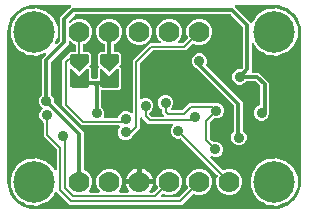
<source format=gbr>
G04 EAGLE Gerber RS-274X export*
G75*
%MOMM*%
%FSLAX34Y34*%
%LPD*%
%INBottom Copper*%
%IPPOS*%
%AMOC8*
5,1,8,0,0,1.08239X$1,22.5*%
G01*
%ADD10C,3.516000*%
%ADD11C,1.778000*%
%ADD12C,0.381000*%
%ADD13C,0.889000*%
%ADD14C,0.304800*%
%ADD15C,0.203200*%

G36*
X228644Y2547D02*
X228644Y2547D01*
X228680Y2544D01*
X232097Y2813D01*
X232255Y2848D01*
X232331Y2859D01*
X238831Y4971D01*
X239086Y5096D01*
X239100Y5109D01*
X239114Y5115D01*
X244643Y9133D01*
X244847Y9330D01*
X244856Y9346D01*
X244867Y9357D01*
X248885Y14886D01*
X249018Y15137D01*
X249022Y15156D01*
X249029Y15169D01*
X251141Y21669D01*
X251169Y21829D01*
X251187Y21903D01*
X251456Y25320D01*
X251453Y25365D01*
X251459Y25400D01*
X251459Y152400D01*
X251453Y152444D01*
X251456Y152480D01*
X251187Y155897D01*
X251175Y155952D01*
X251175Y155960D01*
X251162Y156009D01*
X251152Y156055D01*
X251141Y156131D01*
X249029Y162631D01*
X248904Y162886D01*
X248891Y162900D01*
X248885Y162914D01*
X244867Y168443D01*
X244670Y168647D01*
X244654Y168656D01*
X244643Y168667D01*
X239114Y172685D01*
X238863Y172818D01*
X238844Y172822D01*
X238831Y172829D01*
X232331Y174941D01*
X232171Y174969D01*
X232097Y174987D01*
X228680Y175256D01*
X228635Y175253D01*
X228600Y175259D01*
X196077Y175259D01*
X196048Y175255D01*
X196018Y175258D01*
X195907Y175235D01*
X195795Y175219D01*
X195769Y175207D01*
X195740Y175202D01*
X195639Y175150D01*
X195536Y175103D01*
X195513Y175084D01*
X195487Y175071D01*
X195405Y174993D01*
X195319Y174920D01*
X195303Y174895D01*
X195281Y174875D01*
X195224Y174777D01*
X195161Y174683D01*
X195152Y174655D01*
X195138Y174630D01*
X195110Y174520D01*
X195075Y174412D01*
X195075Y174382D01*
X195067Y174354D01*
X195071Y174241D01*
X195068Y174128D01*
X195076Y174099D01*
X195077Y174070D01*
X195111Y173962D01*
X195140Y173853D01*
X195155Y173827D01*
X195164Y173799D01*
X195210Y173736D01*
X195285Y173608D01*
X195331Y173565D01*
X195359Y173526D01*
X208559Y160326D01*
X208668Y160244D01*
X208778Y160159D01*
X208783Y160158D01*
X208786Y160155D01*
X208914Y160106D01*
X209043Y160056D01*
X209048Y160055D01*
X209052Y160054D01*
X209188Y160042D01*
X209326Y160030D01*
X209331Y160031D01*
X209335Y160030D01*
X209469Y160057D01*
X209605Y160083D01*
X209610Y160085D01*
X209614Y160086D01*
X209735Y160149D01*
X209859Y160212D01*
X209862Y160215D01*
X209866Y160217D01*
X210073Y160413D01*
X210084Y160433D01*
X210098Y160447D01*
X211438Y162290D01*
X211514Y162434D01*
X211554Y162498D01*
X211973Y163510D01*
X213198Y164735D01*
X213255Y164810D01*
X213302Y164856D01*
X215125Y167365D01*
X216675Y168260D01*
X216839Y168389D01*
X216885Y168421D01*
X217490Y169027D01*
X219242Y169753D01*
X219308Y169791D01*
X219361Y169811D01*
X222377Y171552D01*
X223853Y171708D01*
X224128Y171777D01*
X224132Y171778D01*
X224135Y171779D01*
X224699Y172013D01*
X226703Y172013D01*
X226763Y172021D01*
X226809Y172018D01*
X230705Y172428D01*
X231829Y172062D01*
X232109Y172013D01*
X232128Y172015D01*
X232143Y172013D01*
X232501Y172013D01*
X234353Y171246D01*
X234396Y171235D01*
X234428Y171218D01*
X238669Y169840D01*
X239325Y169249D01*
X239329Y169247D01*
X239332Y169244D01*
X239359Y169226D01*
X239561Y169090D01*
X239593Y169080D01*
X239616Y169066D01*
X239710Y169027D01*
X240935Y167802D01*
X240958Y167784D01*
X240973Y167765D01*
X244892Y164237D01*
X245130Y163702D01*
X245140Y163687D01*
X245145Y163670D01*
X245182Y163618D01*
X245370Y163164D01*
X245378Y163151D01*
X245381Y163139D01*
X248298Y156587D01*
X248298Y148213D01*
X245381Y141661D01*
X245377Y141647D01*
X245370Y141636D01*
X245193Y141208D01*
X245169Y141177D01*
X245152Y141131D01*
X245130Y141098D01*
X244892Y140563D01*
X240973Y137034D01*
X240954Y137012D01*
X240934Y136998D01*
X239710Y135773D01*
X239616Y135734D01*
X239613Y135732D01*
X239608Y135731D01*
X239580Y135713D01*
X239371Y135590D01*
X239348Y135566D01*
X239325Y135551D01*
X238669Y134960D01*
X234428Y133582D01*
X234387Y133562D01*
X234353Y133554D01*
X232501Y132787D01*
X232143Y132787D01*
X231862Y132747D01*
X231845Y132740D01*
X231829Y132738D01*
X230705Y132372D01*
X226809Y132782D01*
X226749Y132780D01*
X226703Y132787D01*
X224699Y132787D01*
X224135Y133021D01*
X223860Y133092D01*
X223856Y133092D01*
X223853Y133092D01*
X222377Y133248D01*
X219361Y134989D01*
X219290Y135017D01*
X219242Y135047D01*
X217490Y135773D01*
X216885Y136379D01*
X216719Y136504D01*
X216675Y136540D01*
X215125Y137435D01*
X213302Y139944D01*
X213237Y140011D01*
X213198Y140065D01*
X211973Y141290D01*
X211554Y142302D01*
X211472Y142441D01*
X211438Y142510D01*
X211133Y142929D01*
X211058Y143007D01*
X210987Y143090D01*
X210959Y143109D01*
X210936Y143133D01*
X210841Y143187D01*
X210751Y143247D01*
X210719Y143258D01*
X210689Y143274D01*
X210583Y143300D01*
X210480Y143333D01*
X210446Y143334D01*
X210413Y143342D01*
X210304Y143338D01*
X210196Y143340D01*
X210163Y143332D01*
X210129Y143330D01*
X210026Y143296D01*
X209921Y143269D01*
X209891Y143251D01*
X209859Y143241D01*
X209770Y143179D01*
X209676Y143123D01*
X209653Y143099D01*
X209625Y143079D01*
X209556Y142995D01*
X209482Y142916D01*
X209466Y142886D01*
X209445Y142860D01*
X209402Y142760D01*
X209352Y142663D01*
X209347Y142633D01*
X209332Y142599D01*
X209305Y142381D01*
X209297Y142332D01*
X209297Y118872D01*
X209305Y118814D01*
X209303Y118756D01*
X209325Y118674D01*
X209337Y118590D01*
X209360Y118537D01*
X209375Y118481D01*
X209418Y118408D01*
X209453Y118331D01*
X209491Y118286D01*
X209520Y118236D01*
X209582Y118178D01*
X209636Y118114D01*
X209685Y118082D01*
X209728Y118042D01*
X209803Y118003D01*
X209873Y117956D01*
X209929Y117939D01*
X209981Y117912D01*
X210049Y117901D01*
X210144Y117871D01*
X210244Y117868D01*
X210312Y117857D01*
X215468Y117857D01*
X223902Y109423D01*
X223902Y86537D01*
X223906Y86506D01*
X223904Y86475D01*
X223921Y86399D01*
X223942Y86255D01*
X223968Y86197D01*
X223979Y86148D01*
X224410Y85108D01*
X224410Y82532D01*
X223424Y80151D01*
X221601Y78328D01*
X219220Y77342D01*
X216644Y77342D01*
X214263Y78328D01*
X212440Y80151D01*
X211454Y82532D01*
X211454Y85108D01*
X212440Y87489D01*
X214263Y89312D01*
X216162Y90098D01*
X216163Y90099D01*
X216164Y90099D01*
X216285Y90171D01*
X216406Y90243D01*
X216407Y90244D01*
X216409Y90245D01*
X216506Y90349D01*
X216602Y90449D01*
X216602Y90451D01*
X216603Y90452D01*
X216668Y90578D01*
X216732Y90702D01*
X216732Y90704D01*
X216733Y90705D01*
X216735Y90720D01*
X216787Y90981D01*
X216784Y91011D01*
X216788Y91036D01*
X216788Y106056D01*
X216776Y106143D01*
X216773Y106230D01*
X216756Y106283D01*
X216748Y106338D01*
X216713Y106418D01*
X216686Y106501D01*
X216658Y106540D01*
X216632Y106597D01*
X216540Y106706D01*
X216524Y106732D01*
X216514Y106742D01*
X216491Y106774D01*
X212819Y110446D01*
X212749Y110498D01*
X212685Y110558D01*
X212636Y110584D01*
X212592Y110617D01*
X212510Y110648D01*
X212432Y110688D01*
X212385Y110696D01*
X212326Y110718D01*
X212179Y110730D01*
X212101Y110743D01*
X205415Y110743D01*
X205328Y110731D01*
X205241Y110728D01*
X205188Y110711D01*
X205133Y110703D01*
X205053Y110668D01*
X204970Y110641D01*
X204931Y110613D01*
X204874Y110587D01*
X204761Y110491D01*
X204697Y110446D01*
X203059Y108808D01*
X200678Y107822D01*
X198102Y107822D01*
X195721Y108808D01*
X193898Y110631D01*
X192912Y113012D01*
X192912Y115588D01*
X193898Y117969D01*
X195721Y119792D01*
X198102Y120778D01*
X200417Y120778D01*
X200504Y120790D01*
X200591Y120793D01*
X200644Y120810D01*
X200699Y120818D01*
X200778Y120853D01*
X200862Y120880D01*
X200901Y120908D01*
X200958Y120934D01*
X201071Y121030D01*
X201135Y121075D01*
X201886Y121826D01*
X201939Y121896D01*
X201998Y121960D01*
X202024Y122009D01*
X202057Y122053D01*
X202088Y122135D01*
X202128Y122213D01*
X202136Y122260D01*
X202158Y122319D01*
X202170Y122466D01*
X202183Y122544D01*
X202183Y156221D01*
X202171Y156308D01*
X202168Y156395D01*
X202151Y156448D01*
X202143Y156503D01*
X202108Y156583D01*
X202081Y156666D01*
X202053Y156705D01*
X202027Y156762D01*
X201931Y156875D01*
X201886Y156939D01*
X191864Y166961D01*
X191794Y167013D01*
X191730Y167073D01*
X191681Y167099D01*
X191637Y167132D01*
X191555Y167163D01*
X191477Y167203D01*
X191430Y167211D01*
X191371Y167233D01*
X191224Y167245D01*
X191146Y167258D01*
X60314Y167258D01*
X60227Y167246D01*
X60140Y167243D01*
X60087Y167226D01*
X60032Y167218D01*
X59952Y167183D01*
X59869Y167156D01*
X59830Y167128D01*
X59773Y167102D01*
X59660Y167006D01*
X59596Y166961D01*
X54654Y162019D01*
X54602Y161949D01*
X54542Y161885D01*
X54516Y161836D01*
X54483Y161792D01*
X54452Y161710D01*
X54412Y161632D01*
X54404Y161585D01*
X54382Y161526D01*
X54370Y161379D01*
X54357Y161301D01*
X54357Y161155D01*
X54361Y161126D01*
X54358Y161097D01*
X54381Y160985D01*
X54397Y160873D01*
X54409Y160847D01*
X54414Y160818D01*
X54467Y160717D01*
X54513Y160614D01*
X54532Y160592D01*
X54545Y160565D01*
X54623Y160483D01*
X54696Y160397D01*
X54721Y160381D01*
X54741Y160359D01*
X54839Y160302D01*
X54933Y160239D01*
X54961Y160230D01*
X54986Y160216D01*
X55096Y160188D01*
X55204Y160154D01*
X55234Y160153D01*
X55262Y160146D01*
X55375Y160149D01*
X55488Y160146D01*
X55517Y160154D01*
X55546Y160155D01*
X55654Y160190D01*
X55763Y160218D01*
X55789Y160233D01*
X55817Y160242D01*
X55881Y160288D01*
X56008Y160363D01*
X56051Y160409D01*
X56090Y160437D01*
X57313Y161660D01*
X61327Y163323D01*
X65673Y163323D01*
X69687Y161660D01*
X72760Y158587D01*
X74423Y154573D01*
X74423Y150227D01*
X72760Y146213D01*
X69687Y143140D01*
X67175Y142100D01*
X67174Y142099D01*
X67173Y142099D01*
X67054Y142028D01*
X66931Y141955D01*
X66930Y141954D01*
X66928Y141953D01*
X66831Y141849D01*
X66735Y141749D01*
X66735Y141747D01*
X66734Y141746D01*
X66667Y141616D01*
X66605Y141496D01*
X66605Y141494D01*
X66604Y141493D01*
X66602Y141478D01*
X66550Y141217D01*
X66553Y141186D01*
X66549Y141162D01*
X66549Y136398D01*
X66557Y136340D01*
X66555Y136282D01*
X66577Y136200D01*
X66589Y136116D01*
X66612Y136063D01*
X66627Y136007D01*
X66670Y135934D01*
X66705Y135857D01*
X66743Y135812D01*
X66772Y135762D01*
X66834Y135704D01*
X66888Y135640D01*
X66937Y135608D01*
X66980Y135568D01*
X67055Y135529D01*
X67125Y135482D01*
X67181Y135465D01*
X67233Y135438D01*
X67301Y135427D01*
X67396Y135397D01*
X67496Y135394D01*
X67564Y135383D01*
X71081Y135383D01*
X71213Y135372D01*
X71291Y135359D01*
X71629Y135359D01*
X73415Y133573D01*
X73415Y125332D01*
X72180Y124097D01*
X72151Y124058D01*
X72115Y124025D01*
X72066Y123945D01*
X72009Y123870D01*
X71992Y123825D01*
X71966Y123783D01*
X71941Y123692D01*
X71908Y123605D01*
X71904Y123556D01*
X71891Y123509D01*
X71892Y123415D01*
X71884Y123321D01*
X71894Y123273D01*
X71895Y123224D01*
X71922Y123135D01*
X71940Y123043D01*
X71963Y122999D01*
X71977Y122952D01*
X72019Y122891D01*
X72071Y122790D01*
X72115Y122744D01*
X72130Y122720D01*
X72148Y122702D01*
X72167Y122675D01*
X72536Y122292D01*
X72544Y122286D01*
X72549Y122279D01*
X73439Y121389D01*
X73415Y120131D01*
X73416Y120120D01*
X73415Y120112D01*
X73415Y113792D01*
X73423Y113734D01*
X73421Y113676D01*
X73443Y113594D01*
X73455Y113510D01*
X73478Y113457D01*
X73493Y113401D01*
X73536Y113328D01*
X73571Y113251D01*
X73609Y113206D01*
X73638Y113156D01*
X73700Y113098D01*
X73754Y113034D01*
X73803Y113002D01*
X73846Y112962D01*
X73921Y112923D01*
X73991Y112876D01*
X74047Y112859D01*
X74099Y112832D01*
X74167Y112821D01*
X74262Y112791D01*
X74362Y112788D01*
X74430Y112777D01*
X77970Y112777D01*
X78028Y112785D01*
X78086Y112783D01*
X78168Y112805D01*
X78252Y112817D01*
X78305Y112840D01*
X78361Y112855D01*
X78434Y112898D01*
X78511Y112933D01*
X78556Y112971D01*
X78606Y113000D01*
X78664Y113062D01*
X78728Y113116D01*
X78760Y113165D01*
X78800Y113208D01*
X78839Y113283D01*
X78886Y113353D01*
X78903Y113409D01*
X78930Y113461D01*
X78941Y113529D01*
X78971Y113624D01*
X78974Y113724D01*
X78985Y113792D01*
X78985Y120112D01*
X78984Y120122D01*
X78985Y120131D01*
X78961Y121389D01*
X79851Y122279D01*
X79857Y122287D01*
X79864Y122292D01*
X79988Y122421D01*
X80017Y122460D01*
X80052Y122494D01*
X80100Y122575D01*
X80155Y122651D01*
X80171Y122697D01*
X80196Y122739D01*
X80219Y122830D01*
X80251Y122919D01*
X80254Y122967D01*
X80266Y123015D01*
X80263Y123108D01*
X80269Y123202D01*
X80259Y123250D01*
X80257Y123299D01*
X80228Y123388D01*
X80208Y123480D01*
X80185Y123523D01*
X80170Y123569D01*
X80127Y123630D01*
X80072Y123730D01*
X80011Y123792D01*
X79975Y123843D01*
X79932Y123885D01*
X79915Y123898D01*
X79905Y123912D01*
X78985Y124764D01*
X78985Y126018D01*
X78982Y126039D01*
X78985Y126057D01*
X78934Y127385D01*
X78940Y127420D01*
X78968Y127502D01*
X78973Y127616D01*
X78985Y127689D01*
X78985Y133573D01*
X80771Y135359D01*
X81109Y135359D01*
X81196Y135371D01*
X81283Y135374D01*
X81311Y135383D01*
X84328Y135383D01*
X84386Y135391D01*
X84444Y135389D01*
X84526Y135411D01*
X84610Y135423D01*
X84663Y135446D01*
X84719Y135461D01*
X84792Y135504D01*
X84869Y135539D01*
X84914Y135577D01*
X84964Y135606D01*
X85022Y135668D01*
X85086Y135722D01*
X85118Y135771D01*
X85158Y135814D01*
X85197Y135889D01*
X85244Y135959D01*
X85261Y136015D01*
X85288Y136067D01*
X85299Y136135D01*
X85329Y136230D01*
X85332Y136330D01*
X85343Y136398D01*
X85343Y141372D01*
X85343Y141374D01*
X85343Y141375D01*
X85323Y141514D01*
X85303Y141654D01*
X85303Y141655D01*
X85303Y141657D01*
X85246Y141783D01*
X85187Y141913D01*
X85186Y141914D01*
X85185Y141916D01*
X85094Y142023D01*
X85004Y142130D01*
X85002Y142131D01*
X85001Y142132D01*
X84988Y142140D01*
X84767Y142288D01*
X84738Y142297D01*
X84717Y142310D01*
X82713Y143140D01*
X79640Y146213D01*
X77977Y150227D01*
X77977Y154573D01*
X79640Y158587D01*
X82713Y161660D01*
X86727Y163323D01*
X91073Y163323D01*
X95087Y161660D01*
X98160Y158587D01*
X99823Y154573D01*
X99823Y150227D01*
X98160Y146213D01*
X95087Y143140D01*
X93083Y142310D01*
X93082Y142309D01*
X93081Y142309D01*
X92960Y142237D01*
X92839Y142166D01*
X92838Y142165D01*
X92836Y142164D01*
X92739Y142060D01*
X92643Y141959D01*
X92643Y141958D01*
X92642Y141956D01*
X92577Y141831D01*
X92513Y141706D01*
X92513Y141705D01*
X92512Y141703D01*
X92510Y141688D01*
X92458Y141427D01*
X92461Y141397D01*
X92457Y141372D01*
X92457Y136398D01*
X92465Y136340D01*
X92463Y136282D01*
X92485Y136200D01*
X92497Y136116D01*
X92520Y136063D01*
X92535Y136007D01*
X92578Y135934D01*
X92613Y135857D01*
X92651Y135812D01*
X92680Y135762D01*
X92742Y135704D01*
X92796Y135640D01*
X92845Y135608D01*
X92888Y135568D01*
X92963Y135529D01*
X93033Y135482D01*
X93089Y135465D01*
X93141Y135438D01*
X93209Y135427D01*
X93304Y135397D01*
X93404Y135394D01*
X93472Y135383D01*
X96481Y135383D01*
X96613Y135372D01*
X96691Y135359D01*
X97029Y135359D01*
X98815Y133573D01*
X98815Y125332D01*
X97580Y124097D01*
X97551Y124058D01*
X97515Y124025D01*
X97465Y123945D01*
X97409Y123870D01*
X97392Y123825D01*
X97366Y123783D01*
X97341Y123692D01*
X97308Y123605D01*
X97304Y123556D01*
X97291Y123509D01*
X97292Y123415D01*
X97284Y123321D01*
X97294Y123273D01*
X97295Y123224D01*
X97322Y123135D01*
X97340Y123043D01*
X97363Y122999D01*
X97377Y122952D01*
X97419Y122891D01*
X97471Y122790D01*
X97515Y122744D01*
X97530Y122720D01*
X97548Y122702D01*
X97567Y122675D01*
X97936Y122292D01*
X97944Y122286D01*
X97949Y122279D01*
X98839Y121389D01*
X98815Y120131D01*
X98816Y120120D01*
X98815Y120112D01*
X98815Y105187D01*
X97029Y103401D01*
X96691Y103401D01*
X96604Y103389D01*
X96517Y103386D01*
X96489Y103377D01*
X82823Y103377D01*
X82765Y103369D01*
X82707Y103371D01*
X82625Y103349D01*
X82541Y103337D01*
X82488Y103314D01*
X82432Y103299D01*
X82359Y103256D01*
X82282Y103221D01*
X82237Y103183D01*
X82187Y103154D01*
X82129Y103092D01*
X82065Y103038D01*
X82033Y102989D01*
X81993Y102946D01*
X81954Y102871D01*
X81907Y102801D01*
X81890Y102745D01*
X81863Y102693D01*
X81852Y102625D01*
X81822Y102530D01*
X81819Y102430D01*
X81808Y102362D01*
X81808Y89718D01*
X81820Y89631D01*
X81823Y89544D01*
X81840Y89491D01*
X81848Y89436D01*
X81883Y89356D01*
X81910Y89273D01*
X81938Y89234D01*
X81964Y89177D01*
X82060Y89064D01*
X82105Y89000D01*
X83743Y87362D01*
X84729Y84981D01*
X84729Y82405D01*
X84003Y80653D01*
X83974Y80541D01*
X83940Y80432D01*
X83939Y80404D01*
X83932Y80377D01*
X83935Y80263D01*
X83932Y80148D01*
X83939Y80121D01*
X83940Y80093D01*
X83975Y79984D01*
X84004Y79873D01*
X84018Y79849D01*
X84027Y79822D01*
X84091Y79727D01*
X84149Y79628D01*
X84170Y79609D01*
X84185Y79586D01*
X84273Y79512D01*
X84357Y79434D01*
X84382Y79421D01*
X84403Y79403D01*
X84508Y79357D01*
X84610Y79304D01*
X84635Y79300D01*
X84663Y79288D01*
X84926Y79251D01*
X84941Y79249D01*
X95391Y79249D01*
X95392Y79249D01*
X95394Y79249D01*
X95534Y79269D01*
X95672Y79289D01*
X95674Y79289D01*
X95675Y79289D01*
X95801Y79346D01*
X95932Y79405D01*
X95933Y79406D01*
X95934Y79407D01*
X96042Y79498D01*
X96149Y79588D01*
X96150Y79590D01*
X96151Y79591D01*
X96159Y79604D01*
X96306Y79825D01*
X96316Y79854D01*
X96329Y79875D01*
X97378Y82409D01*
X99201Y84232D01*
X101582Y85218D01*
X104158Y85218D01*
X106539Y84232D01*
X106978Y83793D01*
X107002Y83775D01*
X107021Y83753D01*
X107115Y83690D01*
X107205Y83622D01*
X107233Y83611D01*
X107257Y83595D01*
X107365Y83561D01*
X107471Y83521D01*
X107500Y83518D01*
X107528Y83509D01*
X107642Y83506D01*
X107754Y83497D01*
X107783Y83503D01*
X107812Y83502D01*
X107922Y83531D01*
X108033Y83553D01*
X108059Y83566D01*
X108087Y83574D01*
X108185Y83632D01*
X108285Y83684D01*
X108307Y83704D01*
X108332Y83719D01*
X108409Y83802D01*
X108491Y83880D01*
X108506Y83905D01*
X108526Y83926D01*
X108578Y84027D01*
X108635Y84125D01*
X108642Y84153D01*
X108656Y84180D01*
X108669Y84257D01*
X108705Y84401D01*
X108703Y84463D01*
X108711Y84511D01*
X108711Y128263D01*
X123197Y142749D01*
X131453Y142749D01*
X131482Y142753D01*
X131511Y142750D01*
X131623Y142773D01*
X131735Y142789D01*
X131761Y142801D01*
X131790Y142806D01*
X131891Y142859D01*
X131994Y142905D01*
X132016Y142924D01*
X132043Y142937D01*
X132125Y143015D01*
X132211Y143088D01*
X132227Y143113D01*
X132249Y143133D01*
X132306Y143231D01*
X132369Y143325D01*
X132378Y143353D01*
X132392Y143378D01*
X132420Y143488D01*
X132454Y143596D01*
X132455Y143626D01*
X132462Y143654D01*
X132459Y143767D01*
X132462Y143880D01*
X132454Y143909D01*
X132453Y143938D01*
X132418Y144046D01*
X132390Y144155D01*
X132375Y144181D01*
X132366Y144209D01*
X132320Y144272D01*
X132245Y144400D01*
X132199Y144443D01*
X132171Y144482D01*
X130440Y146213D01*
X128777Y150227D01*
X128777Y154573D01*
X130440Y158587D01*
X133513Y161660D01*
X137527Y163323D01*
X141873Y163323D01*
X145887Y161660D01*
X148960Y158587D01*
X150623Y154573D01*
X150623Y150227D01*
X148960Y146213D01*
X147229Y144482D01*
X147211Y144458D01*
X147189Y144439D01*
X147126Y144345D01*
X147058Y144255D01*
X147048Y144227D01*
X147031Y144203D01*
X146997Y144095D01*
X146957Y143989D01*
X146954Y143960D01*
X146946Y143932D01*
X146943Y143818D01*
X146933Y143706D01*
X146939Y143677D01*
X146938Y143648D01*
X146967Y143538D01*
X146989Y143427D01*
X147003Y143401D01*
X147010Y143373D01*
X147068Y143275D01*
X147120Y143175D01*
X147140Y143153D01*
X147155Y143128D01*
X147238Y143051D01*
X147316Y142969D01*
X147341Y142954D01*
X147363Y142934D01*
X147463Y142882D01*
X147561Y142825D01*
X147590Y142818D01*
X147616Y142804D01*
X147693Y142791D01*
X147837Y142755D01*
X147899Y142757D01*
X147947Y142749D01*
X150717Y142749D01*
X150803Y142761D01*
X150891Y142764D01*
X150943Y142781D01*
X150998Y142789D01*
X151078Y142824D01*
X151161Y142851D01*
X151200Y142879D01*
X151258Y142905D01*
X151371Y143001D01*
X151435Y143046D01*
X154998Y146609D01*
X154999Y146610D01*
X155000Y146611D01*
X155086Y146726D01*
X155168Y146836D01*
X155169Y146838D01*
X155170Y146839D01*
X155220Y146973D01*
X155270Y147102D01*
X155270Y147104D01*
X155270Y147105D01*
X155282Y147250D01*
X155293Y147385D01*
X155293Y147387D01*
X155293Y147388D01*
X155290Y147404D01*
X155237Y147664D01*
X155223Y147691D01*
X155218Y147716D01*
X154177Y150227D01*
X154177Y154573D01*
X155840Y158587D01*
X158913Y161660D01*
X162927Y163323D01*
X167273Y163323D01*
X171287Y161660D01*
X174360Y158587D01*
X176023Y154573D01*
X176023Y150227D01*
X174360Y146213D01*
X171287Y143140D01*
X167273Y141477D01*
X162927Y141477D01*
X160416Y142518D01*
X160414Y142518D01*
X160413Y142519D01*
X160278Y142553D01*
X160140Y142589D01*
X160139Y142589D01*
X160137Y142589D01*
X159997Y142584D01*
X159856Y142580D01*
X159855Y142580D01*
X159853Y142580D01*
X159720Y142537D01*
X159585Y142494D01*
X159584Y142493D01*
X159582Y142492D01*
X159570Y142484D01*
X159349Y142336D01*
X159329Y142312D01*
X159309Y142298D01*
X155746Y138735D01*
X155746Y138734D01*
X153663Y136651D01*
X126143Y136651D01*
X126057Y136639D01*
X125969Y136636D01*
X125917Y136619D01*
X125862Y136611D01*
X125782Y136576D01*
X125699Y136549D01*
X125660Y136521D01*
X125602Y136495D01*
X125489Y136399D01*
X125425Y136354D01*
X115106Y126035D01*
X115054Y125965D01*
X114994Y125901D01*
X114968Y125851D01*
X114935Y125807D01*
X114904Y125726D01*
X114864Y125648D01*
X114856Y125600D01*
X114834Y125542D01*
X114822Y125394D01*
X114809Y125317D01*
X114809Y96218D01*
X114825Y96104D01*
X114835Y95990D01*
X114845Y95964D01*
X114849Y95937D01*
X114896Y95832D01*
X114937Y95725D01*
X114953Y95703D01*
X114965Y95677D01*
X115039Y95590D01*
X115108Y95498D01*
X115131Y95481D01*
X115148Y95460D01*
X115244Y95397D01*
X115336Y95328D01*
X115362Y95318D01*
X115385Y95303D01*
X115495Y95268D01*
X115602Y95227D01*
X115630Y95225D01*
X115656Y95217D01*
X115771Y95214D01*
X115885Y95205D01*
X115910Y95210D01*
X115940Y95210D01*
X116197Y95277D01*
X116213Y95280D01*
X118508Y96231D01*
X121085Y96231D01*
X123466Y95245D01*
X125288Y93423D01*
X126274Y91042D01*
X126274Y88465D01*
X125288Y86084D01*
X123465Y84260D01*
X123349Y84192D01*
X123227Y84120D01*
X123226Y84119D01*
X123225Y84118D01*
X123127Y84014D01*
X123032Y83913D01*
X123031Y83912D01*
X123030Y83911D01*
X122966Y83785D01*
X122902Y83660D01*
X122902Y83659D01*
X122901Y83657D01*
X122898Y83643D01*
X122847Y83382D01*
X122849Y83351D01*
X122845Y83326D01*
X122845Y82547D01*
X122858Y82460D01*
X122860Y82373D01*
X122877Y82320D01*
X122885Y82265D01*
X122921Y82185D01*
X122948Y82102D01*
X122976Y82063D01*
X123001Y82006D01*
X123097Y81893D01*
X123143Y81829D01*
X124155Y80816D01*
X124225Y80764D01*
X124289Y80704D01*
X124339Y80678D01*
X124383Y80645D01*
X124464Y80614D01*
X124542Y80574D01*
X124590Y80566D01*
X124648Y80544D01*
X124796Y80532D01*
X124873Y80519D01*
X134207Y80519D01*
X134236Y80523D01*
X134265Y80520D01*
X134376Y80543D01*
X134488Y80559D01*
X134515Y80571D01*
X134544Y80576D01*
X134644Y80629D01*
X134748Y80675D01*
X134770Y80694D01*
X134796Y80707D01*
X134878Y80785D01*
X134965Y80858D01*
X134981Y80883D01*
X135002Y80903D01*
X135059Y81001D01*
X135122Y81095D01*
X135131Y81123D01*
X135146Y81148D01*
X135174Y81258D01*
X135208Y81366D01*
X135209Y81396D01*
X135216Y81424D01*
X135212Y81537D01*
X135215Y81650D01*
X135208Y81679D01*
X135207Y81708D01*
X135172Y81816D01*
X135143Y81925D01*
X135129Y81951D01*
X135119Y81979D01*
X135074Y82043D01*
X134998Y82170D01*
X134953Y82213D01*
X134925Y82252D01*
X133476Y83700D01*
X133476Y86156D01*
X133476Y86158D01*
X133476Y86159D01*
X133457Y86294D01*
X133436Y86438D01*
X133436Y86439D01*
X133436Y86441D01*
X133378Y86568D01*
X133320Y86697D01*
X133319Y86698D01*
X133318Y86700D01*
X133227Y86806D01*
X133137Y86914D01*
X133135Y86915D01*
X133134Y86916D01*
X133121Y86924D01*
X132900Y87072D01*
X132871Y87081D01*
X132859Y87088D01*
X131033Y88914D01*
X130047Y91295D01*
X130047Y93871D01*
X131033Y96252D01*
X132856Y98075D01*
X135237Y99061D01*
X137813Y99061D01*
X140194Y98075D01*
X142017Y96252D01*
X143003Y93871D01*
X143003Y91295D01*
X142017Y88914D01*
X140910Y87807D01*
X140892Y87783D01*
X140870Y87764D01*
X140807Y87670D01*
X140739Y87580D01*
X140728Y87552D01*
X140712Y87528D01*
X140678Y87420D01*
X140638Y87314D01*
X140635Y87285D01*
X140626Y87257D01*
X140623Y87143D01*
X140614Y87031D01*
X140620Y87002D01*
X140619Y86973D01*
X140648Y86863D01*
X140670Y86752D01*
X140684Y86726D01*
X140691Y86698D01*
X140749Y86600D01*
X140801Y86500D01*
X140821Y86478D01*
X140836Y86453D01*
X140919Y86376D01*
X140997Y86294D01*
X141022Y86279D01*
X141043Y86259D01*
X141144Y86207D01*
X141242Y86150D01*
X141270Y86143D01*
X141297Y86129D01*
X141374Y86116D01*
X141518Y86080D01*
X141580Y86082D01*
X141628Y86074D01*
X150400Y86074D01*
X150486Y86086D01*
X150574Y86089D01*
X150626Y86106D01*
X150681Y86114D01*
X150761Y86149D01*
X150844Y86176D01*
X150883Y86204D01*
X150941Y86230D01*
X151054Y86326D01*
X151118Y86371D01*
X156535Y91789D01*
X177284Y91789D01*
X177315Y91793D01*
X177346Y91791D01*
X177422Y91808D01*
X177566Y91829D01*
X177625Y91855D01*
X177673Y91866D01*
X178100Y92043D01*
X180676Y92043D01*
X183057Y91057D01*
X184880Y89234D01*
X185866Y86853D01*
X185866Y84277D01*
X184880Y81896D01*
X183057Y80073D01*
X180676Y79087D01*
X178097Y79087D01*
X177967Y79120D01*
X177830Y79156D01*
X177829Y79156D01*
X177827Y79156D01*
X177686Y79152D01*
X177546Y79148D01*
X177545Y79147D01*
X177543Y79147D01*
X177410Y79104D01*
X177275Y79061D01*
X177274Y79060D01*
X177273Y79060D01*
X177260Y79051D01*
X177039Y78903D01*
X177020Y78879D01*
X176999Y78865D01*
X174161Y76027D01*
X174109Y75957D01*
X174049Y75893D01*
X174023Y75843D01*
X173990Y75799D01*
X173959Y75718D01*
X173919Y75640D01*
X173911Y75592D01*
X173889Y75534D01*
X173877Y75386D01*
X173864Y75309D01*
X173864Y62493D01*
X173876Y62407D01*
X173879Y62319D01*
X173896Y62267D01*
X173904Y62212D01*
X173939Y62132D01*
X173966Y62049D01*
X173994Y62010D01*
X174020Y61952D01*
X174116Y61839D01*
X174161Y61775D01*
X176150Y59786D01*
X176151Y59785D01*
X176152Y59784D01*
X176269Y59697D01*
X176377Y59615D01*
X176379Y59615D01*
X176380Y59614D01*
X176510Y59565D01*
X176643Y59514D01*
X176645Y59514D01*
X176646Y59514D01*
X176784Y59502D01*
X176926Y59491D01*
X176928Y59491D01*
X176930Y59491D01*
X176945Y59494D01*
X177205Y59547D01*
X177232Y59561D01*
X177246Y59564D01*
X179827Y59564D01*
X182208Y58578D01*
X184031Y56755D01*
X185017Y54374D01*
X185017Y51798D01*
X184031Y49417D01*
X182208Y47594D01*
X179827Y46608D01*
X177251Y46608D01*
X175740Y47234D01*
X175657Y47255D01*
X175576Y47286D01*
X175520Y47291D01*
X175464Y47305D01*
X175379Y47303D01*
X175293Y47310D01*
X175237Y47298D01*
X175180Y47297D01*
X175098Y47271D01*
X175014Y47254D01*
X174964Y47228D01*
X174910Y47210D01*
X174838Y47162D01*
X174762Y47123D01*
X174721Y47084D01*
X174673Y47052D01*
X174618Y46986D01*
X174556Y46927D01*
X174527Y46878D01*
X174490Y46834D01*
X174456Y46756D01*
X174412Y46682D01*
X174398Y46627D01*
X174375Y46575D01*
X174363Y46489D01*
X174342Y46406D01*
X174344Y46349D01*
X174336Y46293D01*
X174348Y46208D01*
X174351Y46122D01*
X174369Y46068D01*
X174377Y46012D01*
X174412Y45933D01*
X174438Y45852D01*
X174467Y45811D01*
X174494Y45753D01*
X174588Y45642D01*
X174633Y45578D01*
X184709Y35502D01*
X184710Y35501D01*
X184711Y35500D01*
X184827Y35414D01*
X184936Y35332D01*
X184938Y35331D01*
X184939Y35330D01*
X185074Y35279D01*
X185202Y35230D01*
X185204Y35230D01*
X185205Y35230D01*
X185350Y35218D01*
X185485Y35207D01*
X185487Y35207D01*
X185488Y35207D01*
X185504Y35210D01*
X185764Y35263D01*
X185791Y35277D01*
X185816Y35282D01*
X188327Y36323D01*
X192673Y36323D01*
X196687Y34660D01*
X199760Y31587D01*
X201423Y27573D01*
X201423Y23227D01*
X199760Y19213D01*
X196687Y16140D01*
X192673Y14477D01*
X188327Y14477D01*
X184313Y16140D01*
X181240Y19213D01*
X179577Y23227D01*
X179577Y27573D01*
X180618Y30084D01*
X180618Y30086D01*
X180619Y30087D01*
X180653Y30222D01*
X180689Y30360D01*
X180689Y30361D01*
X180689Y30363D01*
X180684Y30503D01*
X180680Y30644D01*
X180680Y30645D01*
X180680Y30647D01*
X180637Y30780D01*
X180594Y30915D01*
X180593Y30916D01*
X180592Y30917D01*
X180584Y30930D01*
X180436Y31151D01*
X180412Y31171D01*
X180398Y31191D01*
X149709Y61880D01*
X149708Y61881D01*
X149707Y61882D01*
X149590Y61969D01*
X149482Y62051D01*
X149480Y62051D01*
X149479Y62052D01*
X149350Y62101D01*
X149216Y62152D01*
X149214Y62152D01*
X149213Y62152D01*
X149075Y62164D01*
X148933Y62175D01*
X148931Y62175D01*
X148929Y62175D01*
X148914Y62172D01*
X148654Y62119D01*
X148627Y62105D01*
X148613Y62102D01*
X146032Y62102D01*
X143651Y63088D01*
X141828Y64911D01*
X140842Y67292D01*
X140842Y69868D01*
X141828Y72249D01*
X142267Y72688D01*
X142285Y72712D01*
X142307Y72731D01*
X142370Y72825D01*
X142438Y72915D01*
X142449Y72943D01*
X142465Y72967D01*
X142499Y73075D01*
X142539Y73181D01*
X142542Y73210D01*
X142551Y73238D01*
X142554Y73352D01*
X142563Y73464D01*
X142557Y73493D01*
X142558Y73522D01*
X142529Y73632D01*
X142507Y73743D01*
X142494Y73769D01*
X142486Y73797D01*
X142428Y73895D01*
X142376Y73995D01*
X142356Y74017D01*
X142341Y74042D01*
X142258Y74119D01*
X142180Y74201D01*
X142155Y74216D01*
X142134Y74236D01*
X142033Y74288D01*
X141935Y74345D01*
X141907Y74352D01*
X141880Y74366D01*
X141803Y74379D01*
X141659Y74415D01*
X141597Y74413D01*
X141549Y74421D01*
X121927Y74421D01*
X119844Y76504D01*
X119844Y76505D01*
X116542Y79807D01*
X116518Y79824D01*
X116499Y79847D01*
X116405Y79909D01*
X116315Y79977D01*
X116287Y79988D01*
X116263Y80004D01*
X116155Y80038D01*
X116049Y80079D01*
X116020Y80081D01*
X115992Y80090D01*
X115878Y80093D01*
X115766Y80102D01*
X115737Y80097D01*
X115708Y80097D01*
X115598Y80069D01*
X115487Y80046D01*
X115461Y80033D01*
X115433Y80025D01*
X115335Y79968D01*
X115235Y79915D01*
X115213Y79895D01*
X115188Y79880D01*
X115111Y79798D01*
X115029Y79720D01*
X115014Y79694D01*
X114994Y79673D01*
X114942Y79572D01*
X114885Y79474D01*
X114878Y79446D01*
X114864Y79420D01*
X114851Y79342D01*
X114815Y79199D01*
X114817Y79136D01*
X114809Y79089D01*
X114809Y70752D01*
X110448Y66392D01*
X108577Y64521D01*
X108559Y64496D01*
X108535Y64476D01*
X108494Y64410D01*
X108406Y64294D01*
X108384Y64233D01*
X108357Y64191D01*
X108149Y63688D01*
X106327Y61865D01*
X103946Y60879D01*
X101369Y60879D01*
X98988Y61865D01*
X97166Y63688D01*
X96179Y66069D01*
X96179Y68645D01*
X97166Y71026D01*
X97557Y71418D01*
X97575Y71442D01*
X97597Y71461D01*
X97660Y71555D01*
X97728Y71645D01*
X97739Y71673D01*
X97755Y71697D01*
X97789Y71805D01*
X97829Y71911D01*
X97832Y71940D01*
X97841Y71968D01*
X97844Y72081D01*
X97853Y72194D01*
X97847Y72223D01*
X97848Y72252D01*
X97819Y72362D01*
X97797Y72473D01*
X97784Y72499D01*
X97776Y72527D01*
X97718Y72625D01*
X97666Y72725D01*
X97646Y72747D01*
X97631Y72772D01*
X97548Y72849D01*
X97470Y72931D01*
X97445Y72946D01*
X97424Y72966D01*
X97323Y73018D01*
X97225Y73075D01*
X97197Y73082D01*
X97171Y73096D01*
X97093Y73109D01*
X96950Y73145D01*
X96887Y73143D01*
X96839Y73151D01*
X65393Y73151D01*
X49021Y89523D01*
X49021Y128263D01*
X51104Y130346D01*
X51105Y130346D01*
X51264Y130505D01*
X53288Y132529D01*
X53340Y132599D01*
X53400Y132663D01*
X53426Y132712D01*
X53459Y132757D01*
X53490Y132838D01*
X53530Y132916D01*
X53538Y132964D01*
X53560Y133022D01*
X53572Y133170D01*
X53585Y133247D01*
X53585Y133573D01*
X55371Y135359D01*
X55709Y135359D01*
X55796Y135371D01*
X55883Y135374D01*
X55911Y135383D01*
X59436Y135383D01*
X59494Y135391D01*
X59552Y135389D01*
X59634Y135411D01*
X59718Y135423D01*
X59771Y135446D01*
X59827Y135461D01*
X59900Y135504D01*
X59977Y135539D01*
X60022Y135577D01*
X60072Y135606D01*
X60130Y135668D01*
X60194Y135722D01*
X60226Y135771D01*
X60266Y135814D01*
X60305Y135889D01*
X60352Y135959D01*
X60369Y136015D01*
X60396Y136067D01*
X60407Y136135D01*
X60437Y136230D01*
X60440Y136330D01*
X60451Y136398D01*
X60451Y141162D01*
X60451Y141163D01*
X60451Y141165D01*
X60431Y141304D01*
X60411Y141443D01*
X60411Y141445D01*
X60411Y141446D01*
X60354Y141572D01*
X60295Y141703D01*
X60294Y141704D01*
X60293Y141705D01*
X60202Y141812D01*
X60112Y141920D01*
X60110Y141921D01*
X60109Y141922D01*
X60096Y141930D01*
X59875Y142077D01*
X59846Y142087D01*
X59825Y142100D01*
X57313Y143140D01*
X56090Y144363D01*
X56066Y144381D01*
X56047Y144403D01*
X55953Y144466D01*
X55863Y144534D01*
X55835Y144544D01*
X55811Y144561D01*
X55703Y144595D01*
X55597Y144635D01*
X55568Y144638D01*
X55540Y144646D01*
X55426Y144649D01*
X55314Y144659D01*
X55285Y144653D01*
X55256Y144654D01*
X55146Y144625D01*
X55035Y144603D01*
X55009Y144589D01*
X54981Y144582D01*
X54883Y144524D01*
X54783Y144472D01*
X54761Y144452D01*
X54736Y144437D01*
X54659Y144354D01*
X54577Y144276D01*
X54562Y144251D01*
X54542Y144229D01*
X54490Y144129D01*
X54433Y144031D01*
X54426Y144002D01*
X54412Y143976D01*
X54399Y143899D01*
X54363Y143755D01*
X54365Y143693D01*
X54357Y143645D01*
X54357Y142037D01*
X39414Y127094D01*
X39404Y127081D01*
X39399Y127077D01*
X39384Y127054D01*
X39362Y127024D01*
X39302Y126960D01*
X39276Y126911D01*
X39243Y126867D01*
X39212Y126785D01*
X39172Y126707D01*
X39164Y126660D01*
X39142Y126601D01*
X39130Y126454D01*
X39117Y126376D01*
X39117Y100005D01*
X39125Y99947D01*
X39123Y99888D01*
X39131Y99860D01*
X39132Y99831D01*
X39149Y99778D01*
X39157Y99723D01*
X39180Y99670D01*
X39195Y99613D01*
X39210Y99588D01*
X39219Y99560D01*
X39247Y99521D01*
X39273Y99464D01*
X39311Y99419D01*
X39340Y99369D01*
X39386Y99326D01*
X39414Y99287D01*
X41052Y97649D01*
X42038Y95268D01*
X42038Y92953D01*
X42050Y92866D01*
X42053Y92779D01*
X42070Y92726D01*
X42078Y92671D01*
X42113Y92591D01*
X42140Y92508D01*
X42168Y92469D01*
X42194Y92412D01*
X42290Y92299D01*
X42335Y92235D01*
X67057Y67513D01*
X67057Y36428D01*
X67057Y36426D01*
X67057Y36425D01*
X67077Y36285D01*
X67097Y36146D01*
X67097Y36145D01*
X67097Y36143D01*
X67154Y36017D01*
X67213Y35887D01*
X67214Y35886D01*
X67215Y35884D01*
X67306Y35777D01*
X67396Y35670D01*
X67398Y35669D01*
X67399Y35668D01*
X67412Y35660D01*
X67633Y35512D01*
X67662Y35503D01*
X67683Y35490D01*
X69687Y34660D01*
X72760Y31587D01*
X74423Y27573D01*
X74423Y23227D01*
X72760Y19213D01*
X71664Y18117D01*
X71646Y18093D01*
X71624Y18074D01*
X71561Y17980D01*
X71493Y17890D01*
X71483Y17862D01*
X71466Y17838D01*
X71432Y17730D01*
X71392Y17624D01*
X71389Y17595D01*
X71381Y17567D01*
X71378Y17453D01*
X71368Y17341D01*
X71374Y17312D01*
X71373Y17283D01*
X71402Y17173D01*
X71424Y17062D01*
X71438Y17036D01*
X71445Y17008D01*
X71503Y16910D01*
X71555Y16810D01*
X71575Y16788D01*
X71590Y16763D01*
X71673Y16686D01*
X71751Y16604D01*
X71776Y16589D01*
X71798Y16569D01*
X71898Y16517D01*
X71996Y16460D01*
X72025Y16453D01*
X72051Y16439D01*
X72128Y16426D01*
X72272Y16390D01*
X72334Y16392D01*
X72382Y16384D01*
X80018Y16384D01*
X80047Y16388D01*
X80076Y16385D01*
X80188Y16408D01*
X80300Y16424D01*
X80326Y16436D01*
X80355Y16441D01*
X80456Y16494D01*
X80559Y16540D01*
X80581Y16559D01*
X80608Y16572D01*
X80690Y16650D01*
X80776Y16723D01*
X80792Y16748D01*
X80814Y16768D01*
X80871Y16866D01*
X80934Y16960D01*
X80943Y16988D01*
X80957Y17013D01*
X80985Y17123D01*
X81019Y17231D01*
X81020Y17261D01*
X81027Y17289D01*
X81024Y17402D01*
X81027Y17515D01*
X81019Y17544D01*
X81018Y17573D01*
X80983Y17681D01*
X80955Y17790D01*
X80940Y17816D01*
X80931Y17844D01*
X80885Y17908D01*
X80810Y18035D01*
X80764Y18078D01*
X80736Y18117D01*
X79640Y19213D01*
X77977Y23227D01*
X77977Y27573D01*
X79640Y31587D01*
X82713Y34660D01*
X86727Y36323D01*
X91073Y36323D01*
X95087Y34660D01*
X98160Y31587D01*
X99823Y27573D01*
X99823Y23227D01*
X98160Y19213D01*
X97064Y18117D01*
X97046Y18093D01*
X97024Y18074D01*
X96961Y17980D01*
X96893Y17890D01*
X96883Y17862D01*
X96866Y17838D01*
X96832Y17730D01*
X96792Y17624D01*
X96789Y17595D01*
X96781Y17567D01*
X96778Y17453D01*
X96768Y17341D01*
X96774Y17312D01*
X96773Y17283D01*
X96802Y17173D01*
X96824Y17062D01*
X96838Y17036D01*
X96845Y17008D01*
X96903Y16910D01*
X96955Y16810D01*
X96975Y16788D01*
X96990Y16763D01*
X97073Y16686D01*
X97151Y16604D01*
X97176Y16589D01*
X97198Y16569D01*
X97298Y16517D01*
X97396Y16460D01*
X97425Y16453D01*
X97451Y16439D01*
X97528Y16426D01*
X97672Y16390D01*
X97734Y16392D01*
X97782Y16384D01*
X104729Y16384D01*
X104820Y16397D01*
X104912Y16400D01*
X104960Y16416D01*
X105011Y16424D01*
X105095Y16461D01*
X105182Y16490D01*
X105224Y16519D01*
X105270Y16540D01*
X105340Y16599D01*
X105416Y16651D01*
X105448Y16691D01*
X105487Y16723D01*
X105538Y16800D01*
X105596Y16871D01*
X105616Y16918D01*
X105645Y16960D01*
X105672Y17048D01*
X105709Y17132D01*
X105715Y17183D01*
X105730Y17231D01*
X105733Y17323D01*
X105744Y17414D01*
X105736Y17465D01*
X105738Y17515D01*
X105714Y17604D01*
X105700Y17695D01*
X105680Y17735D01*
X105666Y17790D01*
X105585Y17927D01*
X105550Y17996D01*
X104524Y19409D01*
X103707Y21012D01*
X103151Y22723D01*
X103048Y23369D01*
X113284Y23369D01*
X113342Y23377D01*
X113400Y23375D01*
X113482Y23397D01*
X113565Y23409D01*
X113619Y23433D01*
X113675Y23447D01*
X113748Y23490D01*
X113825Y23525D01*
X113869Y23563D01*
X113920Y23593D01*
X113977Y23654D01*
X114042Y23709D01*
X114074Y23757D01*
X114114Y23800D01*
X114153Y23875D01*
X114199Y23945D01*
X114217Y24001D01*
X114244Y24053D01*
X114255Y24121D01*
X114285Y24216D01*
X114288Y24316D01*
X114299Y24384D01*
X114299Y25401D01*
X114301Y25401D01*
X114301Y24384D01*
X114309Y24326D01*
X114308Y24268D01*
X114329Y24186D01*
X114341Y24103D01*
X114365Y24049D01*
X114379Y23993D01*
X114422Y23920D01*
X114457Y23843D01*
X114495Y23798D01*
X114525Y23748D01*
X114586Y23690D01*
X114641Y23626D01*
X114689Y23594D01*
X114732Y23554D01*
X114807Y23515D01*
X114877Y23469D01*
X114933Y23451D01*
X114985Y23424D01*
X115053Y23413D01*
X115148Y23383D01*
X115248Y23380D01*
X115316Y23369D01*
X125552Y23369D01*
X125449Y22723D01*
X124893Y21012D01*
X124076Y19409D01*
X123050Y17996D01*
X123007Y17915D01*
X122955Y17838D01*
X122940Y17789D01*
X122916Y17745D01*
X122898Y17655D01*
X122870Y17567D01*
X122868Y17516D01*
X122858Y17466D01*
X122865Y17375D01*
X122862Y17283D01*
X122875Y17234D01*
X122879Y17183D01*
X122911Y17096D01*
X122934Y17008D01*
X122960Y16964D01*
X122978Y16916D01*
X123033Y16842D01*
X123079Y16763D01*
X123117Y16728D01*
X123147Y16688D01*
X123220Y16632D01*
X123287Y16569D01*
X123332Y16546D01*
X123372Y16515D01*
X123458Y16481D01*
X123540Y16439D01*
X123584Y16432D01*
X123637Y16411D01*
X123795Y16396D01*
X123871Y16384D01*
X125952Y16384D01*
X126038Y16396D01*
X126126Y16399D01*
X126178Y16416D01*
X126233Y16424D01*
X126313Y16459D01*
X126396Y16486D01*
X126435Y16514D01*
X126493Y16540D01*
X126606Y16636D01*
X126670Y16681D01*
X129598Y19609D01*
X129598Y19610D01*
X129600Y19611D01*
X129688Y19730D01*
X129768Y19836D01*
X129769Y19838D01*
X129770Y19839D01*
X129819Y19968D01*
X129870Y20102D01*
X129870Y20104D01*
X129870Y20105D01*
X129881Y20239D01*
X129893Y20385D01*
X129893Y20387D01*
X129893Y20388D01*
X129890Y20404D01*
X129837Y20664D01*
X129823Y20691D01*
X129818Y20716D01*
X128777Y23227D01*
X128777Y27573D01*
X130440Y31587D01*
X133513Y34660D01*
X137527Y36323D01*
X141873Y36323D01*
X145887Y34660D01*
X148960Y31587D01*
X150623Y27573D01*
X150623Y23227D01*
X148960Y19213D01*
X145887Y16140D01*
X141873Y14477D01*
X137527Y14477D01*
X135016Y15518D01*
X135014Y15518D01*
X135013Y15519D01*
X134877Y15553D01*
X134740Y15589D01*
X134739Y15589D01*
X134737Y15589D01*
X134597Y15584D01*
X134456Y15580D01*
X134455Y15580D01*
X134453Y15580D01*
X134320Y15537D01*
X134185Y15494D01*
X134184Y15493D01*
X134183Y15492D01*
X134170Y15484D01*
X133949Y15336D01*
X133930Y15312D01*
X133909Y15298D01*
X132664Y14053D01*
X132647Y14029D01*
X132624Y14010D01*
X132562Y13916D01*
X132494Y13826D01*
X132483Y13798D01*
X132467Y13774D01*
X132433Y13666D01*
X132392Y13560D01*
X132390Y13531D01*
X132381Y13503D01*
X132378Y13389D01*
X132369Y13277D01*
X132374Y13248D01*
X132374Y13219D01*
X132402Y13109D01*
X132425Y12998D01*
X132438Y12972D01*
X132446Y12944D01*
X132503Y12846D01*
X132556Y12746D01*
X132576Y12724D01*
X132591Y12699D01*
X132673Y12622D01*
X132751Y12540D01*
X132777Y12525D01*
X132798Y12505D01*
X132899Y12453D01*
X132997Y12396D01*
X133025Y12389D01*
X133051Y12375D01*
X133129Y12362D01*
X133272Y12326D01*
X133335Y12328D01*
X133382Y12320D01*
X147288Y12320D01*
X147374Y12332D01*
X147462Y12335D01*
X147514Y12352D01*
X147569Y12360D01*
X147649Y12395D01*
X147732Y12422D01*
X147771Y12450D01*
X147829Y12476D01*
X147942Y12572D01*
X148006Y12617D01*
X154998Y19609D01*
X154998Y19610D01*
X155000Y19611D01*
X155088Y19730D01*
X155168Y19836D01*
X155169Y19838D01*
X155170Y19839D01*
X155219Y19968D01*
X155270Y20102D01*
X155270Y20104D01*
X155270Y20105D01*
X155281Y20239D01*
X155293Y20385D01*
X155293Y20387D01*
X155293Y20388D01*
X155290Y20404D01*
X155237Y20664D01*
X155223Y20691D01*
X155218Y20716D01*
X154177Y23227D01*
X154177Y27573D01*
X155840Y31587D01*
X158913Y34660D01*
X162927Y36323D01*
X167273Y36323D01*
X171287Y34660D01*
X174360Y31587D01*
X176023Y27573D01*
X176023Y23227D01*
X174360Y19213D01*
X171287Y16140D01*
X167273Y14477D01*
X162927Y14477D01*
X160416Y15518D01*
X160414Y15518D01*
X160413Y15519D01*
X160278Y15553D01*
X160140Y15589D01*
X160139Y15589D01*
X160137Y15589D01*
X159997Y15584D01*
X159856Y15580D01*
X159855Y15580D01*
X159853Y15580D01*
X159720Y15537D01*
X159585Y15494D01*
X159584Y15493D01*
X159583Y15492D01*
X159570Y15484D01*
X159349Y15336D01*
X159329Y15312D01*
X159309Y15298D01*
X150234Y6222D01*
X55184Y6222D01*
X44632Y16775D01*
X44551Y16836D01*
X44474Y16904D01*
X44437Y16921D01*
X44404Y16946D01*
X44309Y16982D01*
X44218Y17026D01*
X44177Y17032D01*
X44139Y17047D01*
X44037Y17056D01*
X43937Y17072D01*
X43896Y17067D01*
X43855Y17071D01*
X43756Y17051D01*
X43655Y17039D01*
X43617Y17023D01*
X43577Y17015D01*
X43487Y16968D01*
X43393Y16928D01*
X43361Y16903D01*
X43324Y16884D01*
X43251Y16814D01*
X43172Y16750D01*
X43151Y16720D01*
X43118Y16688D01*
X43024Y16527D01*
X42986Y16470D01*
X42181Y14661D01*
X42177Y14647D01*
X42170Y14636D01*
X41993Y14208D01*
X41969Y14177D01*
X41952Y14131D01*
X41930Y14098D01*
X41692Y13563D01*
X37773Y10034D01*
X37754Y10012D01*
X37734Y9998D01*
X36510Y8773D01*
X36416Y8734D01*
X36413Y8732D01*
X36408Y8731D01*
X36380Y8713D01*
X36171Y8590D01*
X36148Y8566D01*
X36125Y8551D01*
X35469Y7960D01*
X31228Y6582D01*
X31187Y6562D01*
X31153Y6554D01*
X29301Y5787D01*
X28943Y5787D01*
X28662Y5747D01*
X28645Y5740D01*
X28629Y5738D01*
X27505Y5372D01*
X23609Y5782D01*
X23549Y5780D01*
X23503Y5787D01*
X21499Y5787D01*
X20935Y6021D01*
X20660Y6092D01*
X20656Y6092D01*
X20653Y6092D01*
X19177Y6248D01*
X16161Y7989D01*
X16090Y8017D01*
X16042Y8047D01*
X14290Y8773D01*
X13685Y9378D01*
X13606Y9438D01*
X13580Y9463D01*
X13559Y9473D01*
X13518Y9504D01*
X13475Y9540D01*
X11925Y10434D01*
X10102Y12944D01*
X10037Y13011D01*
X9998Y13065D01*
X8773Y14290D01*
X8354Y15302D01*
X8272Y15441D01*
X8238Y15510D01*
X7003Y17209D01*
X6431Y19900D01*
X6392Y20006D01*
X6376Y20078D01*
X5787Y21499D01*
X5787Y22822D01*
X5774Y22914D01*
X5775Y22962D01*
X5767Y22996D01*
X5765Y23033D01*
X5262Y25400D01*
X5765Y27767D01*
X5774Y27901D01*
X5787Y27978D01*
X5787Y29301D01*
X6376Y30722D01*
X6404Y30831D01*
X6431Y30900D01*
X7003Y33591D01*
X8238Y35290D01*
X8314Y35434D01*
X8354Y35498D01*
X8773Y36510D01*
X9998Y37735D01*
X10055Y37810D01*
X10102Y37856D01*
X11925Y40366D01*
X13475Y41260D01*
X13487Y41270D01*
X13501Y41276D01*
X13573Y41337D01*
X13639Y41389D01*
X13685Y41422D01*
X14290Y42027D01*
X16042Y42753D01*
X16108Y42791D01*
X16161Y42811D01*
X19177Y44552D01*
X20653Y44708D01*
X20928Y44777D01*
X20932Y44778D01*
X20935Y44779D01*
X21499Y45013D01*
X23503Y45013D01*
X23563Y45021D01*
X23609Y45018D01*
X27505Y45428D01*
X28629Y45062D01*
X28909Y45013D01*
X28928Y45015D01*
X28943Y45013D01*
X29301Y45013D01*
X31153Y44246D01*
X31189Y44237D01*
X31218Y44221D01*
X31223Y44221D01*
X31228Y44218D01*
X35469Y42840D01*
X36125Y42249D01*
X36129Y42247D01*
X36132Y42244D01*
X36159Y42226D01*
X36361Y42090D01*
X36393Y42080D01*
X36416Y42066D01*
X36510Y42027D01*
X37735Y40802D01*
X37758Y40784D01*
X37773Y40765D01*
X41692Y37237D01*
X41930Y36702D01*
X41940Y36687D01*
X41945Y36670D01*
X41982Y36618D01*
X42170Y36164D01*
X42178Y36151D01*
X42181Y36139D01*
X42380Y35693D01*
X42418Y35631D01*
X42448Y35565D01*
X42493Y35511D01*
X42530Y35452D01*
X42585Y35403D01*
X42632Y35348D01*
X42690Y35309D01*
X42742Y35262D01*
X42808Y35230D01*
X42868Y35190D01*
X42935Y35169D01*
X42998Y35138D01*
X43070Y35126D01*
X43139Y35104D01*
X43209Y35102D01*
X43278Y35091D01*
X43351Y35099D01*
X43423Y35097D01*
X43491Y35115D01*
X43561Y35123D01*
X43628Y35150D01*
X43698Y35169D01*
X43759Y35205D01*
X43824Y35232D01*
X43880Y35277D01*
X43943Y35314D01*
X43991Y35365D01*
X44046Y35409D01*
X44088Y35468D01*
X44137Y35521D01*
X44169Y35584D01*
X44210Y35641D01*
X44234Y35710D01*
X44267Y35775D01*
X44277Y35833D01*
X44303Y35910D01*
X44310Y36031D01*
X44322Y36106D01*
X44322Y52546D01*
X44310Y52632D01*
X44307Y52720D01*
X44290Y52772D01*
X44282Y52827D01*
X44247Y52907D01*
X44220Y52990D01*
X44192Y53029D01*
X44166Y53087D01*
X44070Y53200D01*
X44025Y53264D01*
X33146Y64142D01*
X33146Y75488D01*
X33146Y75490D01*
X33146Y75491D01*
X33126Y75632D01*
X33106Y75770D01*
X33106Y75771D01*
X33106Y75773D01*
X33048Y75900D01*
X32990Y76029D01*
X32989Y76030D01*
X32988Y76032D01*
X32897Y76139D01*
X32807Y76246D01*
X32805Y76247D01*
X32804Y76248D01*
X32791Y76256D01*
X32570Y76404D01*
X32541Y76413D01*
X32529Y76420D01*
X30703Y78246D01*
X29717Y80627D01*
X29717Y83203D01*
X30703Y85584D01*
X32031Y86912D01*
X32066Y86959D01*
X32109Y86999D01*
X32151Y87072D01*
X32202Y87139D01*
X32223Y87194D01*
X32252Y87244D01*
X32273Y87326D01*
X32303Y87405D01*
X32308Y87463D01*
X32323Y87520D01*
X32320Y87604D01*
X32327Y87688D01*
X32315Y87746D01*
X32314Y87804D01*
X32288Y87884D01*
X32271Y87967D01*
X32244Y88019D01*
X32226Y88075D01*
X32186Y88131D01*
X32140Y88219D01*
X32071Y88292D01*
X32031Y88348D01*
X30068Y90311D01*
X29082Y92692D01*
X29082Y95268D01*
X30068Y97649D01*
X31706Y99287D01*
X31724Y99310D01*
X31746Y99329D01*
X31778Y99378D01*
X31818Y99421D01*
X31844Y99470D01*
X31877Y99514D01*
X31887Y99541D01*
X31904Y99566D01*
X31921Y99622D01*
X31948Y99674D01*
X31956Y99721D01*
X31978Y99780D01*
X31980Y99809D01*
X31989Y99837D01*
X31992Y99937D01*
X32003Y100005D01*
X32003Y129743D01*
X34384Y132124D01*
X35072Y132812D01*
X35083Y132826D01*
X35090Y132832D01*
X35103Y132852D01*
X35134Y132880D01*
X35185Y132962D01*
X35243Y133040D01*
X35260Y133083D01*
X35284Y133122D01*
X35310Y133215D01*
X35345Y133305D01*
X35348Y133351D01*
X35361Y133396D01*
X35360Y133493D01*
X35368Y133589D01*
X35359Y133634D01*
X35359Y133680D01*
X35331Y133773D01*
X35312Y133867D01*
X35291Y133908D01*
X35278Y133953D01*
X35226Y134034D01*
X35181Y134120D01*
X35149Y134153D01*
X35125Y134192D01*
X35052Y134256D01*
X34985Y134326D01*
X34946Y134349D01*
X34911Y134380D01*
X34823Y134421D01*
X34740Y134469D01*
X34695Y134481D01*
X34654Y134501D01*
X34558Y134516D01*
X34465Y134540D01*
X34419Y134538D01*
X34373Y134545D01*
X34298Y134534D01*
X34181Y134531D01*
X34101Y134505D01*
X34041Y134496D01*
X31227Y133582D01*
X31187Y133562D01*
X31153Y133554D01*
X29301Y132787D01*
X28943Y132787D01*
X28662Y132747D01*
X28645Y132740D01*
X28629Y132738D01*
X27505Y132372D01*
X23609Y132782D01*
X23549Y132780D01*
X23503Y132787D01*
X21499Y132787D01*
X20935Y133021D01*
X20660Y133092D01*
X20656Y133092D01*
X20653Y133092D01*
X19177Y133248D01*
X16161Y134989D01*
X16090Y135017D01*
X16042Y135048D01*
X14290Y135773D01*
X13685Y136378D01*
X13519Y136504D01*
X13475Y136540D01*
X11925Y137435D01*
X10102Y139944D01*
X10037Y140011D01*
X9998Y140065D01*
X8773Y141290D01*
X8354Y142301D01*
X8272Y142442D01*
X8238Y142510D01*
X7003Y144209D01*
X6431Y146901D01*
X6392Y147006D01*
X6376Y147078D01*
X5787Y148499D01*
X5787Y149822D01*
X5768Y149955D01*
X5765Y150033D01*
X5262Y152400D01*
X5765Y154767D01*
X5774Y154901D01*
X5787Y154978D01*
X5787Y156301D01*
X6376Y157722D01*
X6404Y157831D01*
X6431Y157899D01*
X7003Y160591D01*
X8238Y162290D01*
X8314Y162434D01*
X8354Y162499D01*
X8773Y163510D01*
X9998Y164735D01*
X10055Y164810D01*
X10102Y164856D01*
X11925Y167365D01*
X13475Y168260D01*
X13639Y168389D01*
X13685Y168422D01*
X14290Y169027D01*
X16042Y169752D01*
X16108Y169791D01*
X16161Y169811D01*
X19177Y171552D01*
X20653Y171708D01*
X20928Y171777D01*
X20932Y171778D01*
X20935Y171779D01*
X21499Y172013D01*
X23503Y172013D01*
X23563Y172021D01*
X23609Y172018D01*
X27505Y172428D01*
X28629Y172062D01*
X28909Y172013D01*
X28928Y172015D01*
X28943Y172013D01*
X29301Y172013D01*
X31153Y171246D01*
X31196Y171235D01*
X31227Y171218D01*
X35469Y169840D01*
X36125Y169249D01*
X36129Y169247D01*
X36132Y169244D01*
X36160Y169226D01*
X36361Y169090D01*
X36393Y169080D01*
X36416Y169066D01*
X36510Y169027D01*
X37734Y167802D01*
X37758Y167784D01*
X37773Y167766D01*
X41692Y164237D01*
X41930Y163702D01*
X41940Y163687D01*
X41945Y163670D01*
X41982Y163618D01*
X42170Y163164D01*
X42178Y163151D01*
X42181Y163139D01*
X45098Y156587D01*
X45098Y148213D01*
X43012Y143528D01*
X42985Y143433D01*
X42950Y143341D01*
X42946Y143297D01*
X42934Y143255D01*
X42934Y143156D01*
X42926Y143057D01*
X42935Y143014D01*
X42935Y142971D01*
X42963Y142876D01*
X42982Y142778D01*
X43002Y142740D01*
X43014Y142698D01*
X43067Y142614D01*
X43113Y142526D01*
X43143Y142495D01*
X43166Y142458D01*
X43241Y142392D01*
X43309Y142320D01*
X43346Y142298D01*
X43379Y142269D01*
X43469Y142226D01*
X43554Y142176D01*
X43596Y142166D01*
X43636Y142147D01*
X43734Y142131D01*
X43830Y142106D01*
X43873Y142108D01*
X43916Y142101D01*
X44015Y142112D01*
X44114Y142115D01*
X44155Y142129D01*
X44199Y142134D01*
X44290Y142172D01*
X44384Y142203D01*
X44416Y142225D01*
X44461Y142244D01*
X44599Y142356D01*
X44658Y142398D01*
X46946Y144686D01*
X46998Y144756D01*
X47058Y144820D01*
X47084Y144869D01*
X47117Y144913D01*
X47148Y144995D01*
X47188Y145073D01*
X47196Y145120D01*
X47218Y145179D01*
X47230Y145326D01*
X47243Y145404D01*
X47243Y164668D01*
X54566Y171991D01*
X56101Y173526D01*
X56119Y173550D01*
X56141Y173569D01*
X56204Y173663D01*
X56272Y173753D01*
X56282Y173781D01*
X56299Y173805D01*
X56333Y173913D01*
X56373Y174019D01*
X56376Y174048D01*
X56385Y174076D01*
X56387Y174190D01*
X56397Y174302D01*
X56391Y174331D01*
X56392Y174360D01*
X56363Y174470D01*
X56341Y174581D01*
X56327Y174607D01*
X56320Y174635D01*
X56262Y174733D01*
X56210Y174833D01*
X56190Y174855D01*
X56175Y174880D01*
X56092Y174957D01*
X56014Y175039D01*
X55989Y175054D01*
X55967Y175074D01*
X55867Y175126D01*
X55769Y175183D01*
X55740Y175190D01*
X55714Y175204D01*
X55637Y175217D01*
X55493Y175253D01*
X55431Y175251D01*
X55383Y175259D01*
X25400Y175259D01*
X25356Y175253D01*
X25320Y175256D01*
X21903Y174987D01*
X21745Y174952D01*
X21669Y174941D01*
X15169Y172829D01*
X14914Y172704D01*
X14900Y172691D01*
X14886Y172685D01*
X9357Y168667D01*
X9153Y168470D01*
X9144Y168454D01*
X9133Y168443D01*
X5115Y162914D01*
X4982Y162663D01*
X4978Y162644D01*
X4971Y162631D01*
X2859Y156131D01*
X2846Y156055D01*
X2832Y156011D01*
X2831Y155970D01*
X2813Y155897D01*
X2544Y152480D01*
X2547Y152435D01*
X2541Y152400D01*
X2541Y25400D01*
X2547Y25356D01*
X2544Y25320D01*
X2813Y21903D01*
X2848Y21745D01*
X2859Y21669D01*
X4971Y15169D01*
X5096Y14914D01*
X5109Y14900D01*
X5115Y14886D01*
X9133Y9357D01*
X9330Y9153D01*
X9346Y9144D01*
X9357Y9133D01*
X14886Y5115D01*
X15137Y4982D01*
X15156Y4978D01*
X15169Y4971D01*
X21669Y2859D01*
X21829Y2831D01*
X21903Y2813D01*
X25320Y2544D01*
X25365Y2547D01*
X25400Y2541D01*
X228600Y2541D01*
X228644Y2547D01*
G37*
%LPC*%
G36*
X226809Y5782D02*
X226809Y5782D01*
X226749Y5780D01*
X226703Y5787D01*
X224699Y5787D01*
X224135Y6021D01*
X223860Y6092D01*
X223856Y6092D01*
X223853Y6092D01*
X222377Y6248D01*
X219361Y7989D01*
X219290Y8017D01*
X219242Y8047D01*
X217490Y8773D01*
X216885Y9378D01*
X216806Y9438D01*
X216780Y9463D01*
X216759Y9473D01*
X216718Y9504D01*
X216675Y9540D01*
X215125Y10434D01*
X213302Y12944D01*
X213237Y13011D01*
X213198Y13065D01*
X211973Y14290D01*
X211554Y15302D01*
X211472Y15441D01*
X211438Y15510D01*
X210203Y17209D01*
X209631Y19900D01*
X209592Y20006D01*
X209576Y20078D01*
X208987Y21499D01*
X208987Y22822D01*
X208974Y22914D01*
X208975Y22962D01*
X208967Y22996D01*
X208965Y23033D01*
X208462Y25400D01*
X208965Y27767D01*
X208974Y27901D01*
X208987Y27978D01*
X208987Y29301D01*
X209576Y30722D01*
X209604Y30831D01*
X209631Y30900D01*
X210203Y33591D01*
X211438Y35290D01*
X211514Y35434D01*
X211554Y35498D01*
X211973Y36510D01*
X213198Y37735D01*
X213255Y37810D01*
X213302Y37856D01*
X215125Y40366D01*
X216675Y41260D01*
X216687Y41270D01*
X216701Y41276D01*
X216773Y41337D01*
X216839Y41389D01*
X216885Y41422D01*
X217490Y42027D01*
X219242Y42753D01*
X219308Y42791D01*
X219361Y42811D01*
X222377Y44552D01*
X223853Y44708D01*
X224128Y44777D01*
X224132Y44778D01*
X224135Y44779D01*
X224699Y45013D01*
X226703Y45013D01*
X226763Y45021D01*
X226809Y45018D01*
X230705Y45428D01*
X231829Y45062D01*
X232109Y45013D01*
X232128Y45015D01*
X232143Y45013D01*
X232501Y45013D01*
X234353Y44246D01*
X234389Y44237D01*
X234418Y44221D01*
X234423Y44221D01*
X234428Y44218D01*
X238669Y42840D01*
X239325Y42249D01*
X239329Y42247D01*
X239332Y42244D01*
X239360Y42226D01*
X239561Y42090D01*
X239593Y42080D01*
X239616Y42066D01*
X239710Y42027D01*
X240935Y40802D01*
X240958Y40784D01*
X240973Y40765D01*
X244892Y37237D01*
X245130Y36702D01*
X245140Y36687D01*
X245145Y36670D01*
X245182Y36618D01*
X245370Y36164D01*
X245378Y36151D01*
X245381Y36139D01*
X248298Y29587D01*
X248298Y21213D01*
X245381Y14661D01*
X245377Y14647D01*
X245370Y14636D01*
X245193Y14208D01*
X245169Y14177D01*
X245152Y14131D01*
X245130Y14098D01*
X244892Y13563D01*
X240973Y10034D01*
X240954Y10012D01*
X240934Y9998D01*
X239710Y8773D01*
X239616Y8734D01*
X239613Y8732D01*
X239608Y8731D01*
X239580Y8713D01*
X239371Y8590D01*
X239348Y8566D01*
X239325Y8551D01*
X238669Y7960D01*
X234428Y6582D01*
X234387Y6562D01*
X234353Y6554D01*
X232501Y5787D01*
X232143Y5787D01*
X231862Y5747D01*
X231845Y5740D01*
X231829Y5738D01*
X230705Y5372D01*
X226809Y5782D01*
G37*
%LPD*%
%LPC*%
G36*
X197340Y56387D02*
X197340Y56387D01*
X194959Y57373D01*
X193136Y59196D01*
X192150Y61577D01*
X192150Y64153D01*
X193136Y66534D01*
X194266Y67664D01*
X194318Y67734D01*
X194378Y67798D01*
X194404Y67847D01*
X194437Y67891D01*
X194468Y67973D01*
X194508Y68051D01*
X194516Y68098D01*
X194538Y68157D01*
X194550Y68304D01*
X194563Y68382D01*
X194563Y89546D01*
X194551Y89633D01*
X194548Y89720D01*
X194531Y89773D01*
X194523Y89828D01*
X194488Y89908D01*
X194461Y89991D01*
X194433Y90030D01*
X194407Y90087D01*
X194311Y90200D01*
X194266Y90264D01*
X163205Y121325D01*
X163181Y121343D01*
X163161Y121367D01*
X163094Y121409D01*
X162978Y121496D01*
X162918Y121519D01*
X162876Y121545D01*
X161431Y122143D01*
X159608Y123966D01*
X158622Y126347D01*
X158622Y128923D01*
X159608Y131304D01*
X161431Y133127D01*
X163812Y134113D01*
X166388Y134113D01*
X168769Y133127D01*
X170592Y131304D01*
X171578Y128923D01*
X171578Y126347D01*
X170861Y124616D01*
X170860Y124614D01*
X170860Y124613D01*
X170826Y124480D01*
X170790Y124340D01*
X170790Y124339D01*
X170789Y124337D01*
X170794Y124194D01*
X170798Y124056D01*
X170798Y124055D01*
X170798Y124053D01*
X170842Y123919D01*
X170885Y123785D01*
X170885Y123784D01*
X170886Y123783D01*
X170895Y123770D01*
X171043Y123549D01*
X171066Y123529D01*
X171081Y123509D01*
X201677Y92913D01*
X201677Y69292D01*
X201677Y69290D01*
X201677Y69289D01*
X201697Y69148D01*
X201717Y69010D01*
X201717Y69009D01*
X201717Y69007D01*
X201775Y68880D01*
X201833Y68751D01*
X201834Y68750D01*
X201835Y68748D01*
X201926Y68641D01*
X202016Y68534D01*
X202018Y68533D01*
X202019Y68532D01*
X202032Y68524D01*
X202253Y68376D01*
X202282Y68367D01*
X202294Y68360D01*
X204120Y66534D01*
X205106Y64153D01*
X205106Y61577D01*
X204120Y59196D01*
X202297Y57373D01*
X199916Y56387D01*
X197340Y56387D01*
G37*
%LPD*%
%LPC*%
G36*
X112127Y141477D02*
X112127Y141477D01*
X108113Y143140D01*
X105040Y146213D01*
X103377Y150227D01*
X103377Y154573D01*
X105040Y158587D01*
X108113Y161660D01*
X112127Y163323D01*
X116473Y163323D01*
X120487Y161660D01*
X123560Y158587D01*
X125223Y154573D01*
X125223Y150227D01*
X123560Y146213D01*
X120487Y143140D01*
X116473Y141477D01*
X112127Y141477D01*
G37*
%LPD*%
G36*
X95824Y105443D02*
X95824Y105443D01*
X95882Y105441D01*
X95964Y105463D01*
X96048Y105475D01*
X96101Y105499D01*
X96157Y105513D01*
X96230Y105556D01*
X96307Y105591D01*
X96352Y105629D01*
X96402Y105659D01*
X96460Y105720D01*
X96524Y105775D01*
X96556Y105823D01*
X96596Y105866D01*
X96635Y105941D01*
X96682Y106011D01*
X96699Y106067D01*
X96726Y106119D01*
X96737Y106187D01*
X96767Y106282D01*
X96770Y106382D01*
X96781Y106450D01*
X96781Y120150D01*
X96779Y120170D01*
X96781Y120189D01*
X96759Y120310D01*
X96741Y120432D01*
X96733Y120449D01*
X96730Y120469D01*
X96675Y120579D01*
X96625Y120691D01*
X96612Y120706D01*
X96604Y120724D01*
X96521Y120815D01*
X96442Y120908D01*
X96425Y120919D01*
X96412Y120933D01*
X96307Y120997D01*
X96205Y121066D01*
X96186Y121071D01*
X96169Y121082D01*
X96051Y121114D01*
X95934Y121151D01*
X95914Y121152D01*
X95895Y121157D01*
X95773Y121155D01*
X95650Y121159D01*
X95631Y121154D01*
X95611Y121153D01*
X95493Y121118D01*
X95375Y121087D01*
X95358Y121077D01*
X95339Y121071D01*
X95278Y121029D01*
X95130Y120942D01*
X95095Y120904D01*
X95062Y120881D01*
X88900Y114947D01*
X82738Y120881D01*
X82722Y120893D01*
X82710Y120908D01*
X82607Y120976D01*
X82508Y121048D01*
X82489Y121055D01*
X82473Y121066D01*
X82356Y121103D01*
X82240Y121144D01*
X82221Y121145D01*
X82202Y121151D01*
X82079Y121154D01*
X81957Y121162D01*
X81937Y121158D01*
X81918Y121159D01*
X81799Y121128D01*
X81679Y121101D01*
X81662Y121092D01*
X81643Y121087D01*
X81537Y121024D01*
X81429Y120965D01*
X81415Y120952D01*
X81398Y120942D01*
X81314Y120852D01*
X81227Y120766D01*
X81217Y120749D01*
X81204Y120734D01*
X81148Y120625D01*
X81088Y120518D01*
X81083Y120499D01*
X81074Y120481D01*
X81062Y120408D01*
X81023Y120241D01*
X81025Y120190D01*
X81019Y120150D01*
X81019Y106450D01*
X81027Y106392D01*
X81025Y106334D01*
X81047Y106252D01*
X81059Y106169D01*
X81083Y106115D01*
X81097Y106059D01*
X81140Y105986D01*
X81175Y105909D01*
X81213Y105864D01*
X81243Y105814D01*
X81304Y105756D01*
X81359Y105692D01*
X81407Y105660D01*
X81450Y105620D01*
X81525Y105581D01*
X81595Y105535D01*
X81651Y105517D01*
X81703Y105490D01*
X81771Y105479D01*
X81866Y105449D01*
X81966Y105446D01*
X82034Y105435D01*
X95766Y105435D01*
X95824Y105443D01*
G37*
G36*
X70424Y105443D02*
X70424Y105443D01*
X70482Y105441D01*
X70564Y105463D01*
X70648Y105475D01*
X70701Y105499D01*
X70757Y105513D01*
X70830Y105556D01*
X70907Y105591D01*
X70952Y105629D01*
X71002Y105659D01*
X71060Y105720D01*
X71124Y105775D01*
X71156Y105823D01*
X71196Y105866D01*
X71235Y105941D01*
X71282Y106011D01*
X71299Y106067D01*
X71326Y106119D01*
X71337Y106187D01*
X71367Y106282D01*
X71370Y106382D01*
X71381Y106450D01*
X71381Y120150D01*
X71379Y120170D01*
X71381Y120189D01*
X71359Y120310D01*
X71341Y120432D01*
X71333Y120449D01*
X71330Y120469D01*
X71275Y120579D01*
X71225Y120691D01*
X71212Y120706D01*
X71204Y120724D01*
X71121Y120815D01*
X71042Y120908D01*
X71025Y120919D01*
X71012Y120933D01*
X70907Y120997D01*
X70805Y121066D01*
X70786Y121071D01*
X70769Y121082D01*
X70651Y121114D01*
X70534Y121151D01*
X70514Y121152D01*
X70495Y121157D01*
X70373Y121155D01*
X70250Y121159D01*
X70231Y121154D01*
X70211Y121153D01*
X70093Y121118D01*
X69975Y121087D01*
X69958Y121077D01*
X69939Y121071D01*
X69878Y121029D01*
X69730Y120942D01*
X69695Y120904D01*
X69662Y120881D01*
X63500Y114947D01*
X57338Y120881D01*
X57322Y120893D01*
X57310Y120908D01*
X57207Y120976D01*
X57108Y121048D01*
X57089Y121055D01*
X57073Y121066D01*
X56956Y121103D01*
X56840Y121144D01*
X56821Y121145D01*
X56802Y121151D01*
X56679Y121154D01*
X56557Y121162D01*
X56537Y121158D01*
X56518Y121159D01*
X56399Y121128D01*
X56279Y121101D01*
X56262Y121092D01*
X56243Y121087D01*
X56137Y121024D01*
X56029Y120965D01*
X56015Y120952D01*
X55998Y120942D01*
X55914Y120852D01*
X55827Y120766D01*
X55817Y120749D01*
X55804Y120734D01*
X55748Y120625D01*
X55688Y120518D01*
X55683Y120499D01*
X55674Y120481D01*
X55662Y120408D01*
X55623Y120241D01*
X55625Y120190D01*
X55619Y120150D01*
X55619Y106450D01*
X55627Y106392D01*
X55625Y106334D01*
X55647Y106252D01*
X55659Y106169D01*
X55683Y106115D01*
X55697Y106059D01*
X55740Y105986D01*
X55775Y105909D01*
X55813Y105864D01*
X55843Y105814D01*
X55904Y105756D01*
X55959Y105692D01*
X56007Y105660D01*
X56050Y105620D01*
X56125Y105581D01*
X56195Y105535D01*
X56251Y105517D01*
X56303Y105490D01*
X56371Y105479D01*
X56466Y105449D01*
X56566Y105446D01*
X56634Y105435D01*
X70366Y105435D01*
X70424Y105443D01*
G37*
G36*
X89035Y118728D02*
X89035Y118728D01*
X89074Y118729D01*
X89172Y118761D01*
X89273Y118785D01*
X89307Y118804D01*
X89345Y118816D01*
X89408Y118861D01*
X89520Y118925D01*
X89572Y118979D01*
X89618Y119011D01*
X96484Y125877D01*
X96536Y125947D01*
X96596Y126011D01*
X96622Y126060D01*
X96655Y126104D01*
X96686Y126186D01*
X96726Y126264D01*
X96734Y126312D01*
X96756Y126370D01*
X96768Y126518D01*
X96781Y126595D01*
X96781Y132310D01*
X96773Y132368D01*
X96775Y132426D01*
X96753Y132508D01*
X96741Y132592D01*
X96718Y132645D01*
X96703Y132701D01*
X96660Y132774D01*
X96625Y132851D01*
X96587Y132896D01*
X96558Y132946D01*
X96496Y133004D01*
X96442Y133068D01*
X96393Y133100D01*
X96350Y133140D01*
X96275Y133179D01*
X96205Y133226D01*
X96149Y133243D01*
X96097Y133270D01*
X96029Y133281D01*
X95934Y133311D01*
X95834Y133314D01*
X95766Y133325D01*
X82034Y133325D01*
X81976Y133317D01*
X81918Y133319D01*
X81836Y133297D01*
X81753Y133285D01*
X81699Y133262D01*
X81643Y133247D01*
X81570Y133204D01*
X81493Y133169D01*
X81448Y133131D01*
X81398Y133102D01*
X81340Y133040D01*
X81276Y132986D01*
X81244Y132937D01*
X81204Y132894D01*
X81165Y132819D01*
X81119Y132749D01*
X81101Y132693D01*
X81074Y132641D01*
X81063Y132573D01*
X81033Y132478D01*
X81030Y132378D01*
X81019Y132310D01*
X81019Y126095D01*
X81034Y125990D01*
X81041Y125883D01*
X81054Y125849D01*
X81059Y125814D01*
X81102Y125716D01*
X81139Y125616D01*
X81158Y125591D01*
X81175Y125554D01*
X81308Y125396D01*
X81344Y125351D01*
X88210Y118985D01*
X88242Y118962D01*
X88269Y118934D01*
X88358Y118881D01*
X88443Y118822D01*
X88480Y118810D01*
X88514Y118790D01*
X88614Y118764D01*
X88713Y118731D01*
X88752Y118729D01*
X88790Y118720D01*
X88893Y118723D01*
X88997Y118718D01*
X89035Y118728D01*
G37*
G36*
X63635Y118728D02*
X63635Y118728D01*
X63674Y118729D01*
X63772Y118761D01*
X63873Y118785D01*
X63907Y118804D01*
X63945Y118816D01*
X64008Y118861D01*
X64120Y118925D01*
X64172Y118979D01*
X64218Y119011D01*
X71084Y125877D01*
X71136Y125947D01*
X71196Y126011D01*
X71222Y126060D01*
X71255Y126104D01*
X71286Y126186D01*
X71326Y126264D01*
X71334Y126312D01*
X71356Y126370D01*
X71368Y126518D01*
X71381Y126595D01*
X71381Y132310D01*
X71373Y132368D01*
X71375Y132426D01*
X71353Y132508D01*
X71341Y132592D01*
X71318Y132645D01*
X71303Y132701D01*
X71260Y132774D01*
X71225Y132851D01*
X71187Y132896D01*
X71158Y132946D01*
X71096Y133004D01*
X71042Y133068D01*
X70993Y133100D01*
X70950Y133140D01*
X70875Y133179D01*
X70805Y133226D01*
X70749Y133243D01*
X70697Y133270D01*
X70629Y133281D01*
X70534Y133311D01*
X70434Y133314D01*
X70366Y133325D01*
X56634Y133325D01*
X56576Y133317D01*
X56518Y133319D01*
X56436Y133297D01*
X56353Y133285D01*
X56299Y133262D01*
X56243Y133247D01*
X56170Y133204D01*
X56093Y133169D01*
X56048Y133131D01*
X55998Y133102D01*
X55940Y133040D01*
X55876Y132986D01*
X55844Y132937D01*
X55804Y132894D01*
X55765Y132819D01*
X55719Y132749D01*
X55701Y132693D01*
X55674Y132641D01*
X55663Y132573D01*
X55633Y132478D01*
X55630Y132378D01*
X55619Y132310D01*
X55619Y126095D01*
X55634Y125990D01*
X55641Y125883D01*
X55654Y125849D01*
X55659Y125814D01*
X55702Y125716D01*
X55739Y125616D01*
X55758Y125591D01*
X55775Y125554D01*
X55908Y125396D01*
X55944Y125351D01*
X62810Y118985D01*
X62842Y118962D01*
X62869Y118934D01*
X62958Y118881D01*
X63043Y118822D01*
X63080Y118810D01*
X63114Y118790D01*
X63214Y118764D01*
X63313Y118731D01*
X63352Y118729D01*
X63390Y118720D01*
X63493Y118723D01*
X63597Y118718D01*
X63635Y118728D01*
G37*
%LPC*%
G36*
X116331Y27431D02*
X116331Y27431D01*
X116331Y36652D01*
X116977Y36549D01*
X118688Y35993D01*
X120291Y35176D01*
X121747Y34119D01*
X123019Y32847D01*
X124076Y31391D01*
X124893Y29788D01*
X125449Y28077D01*
X125552Y27431D01*
X116331Y27431D01*
G37*
%LPD*%
%LPC*%
G36*
X103048Y27431D02*
X103048Y27431D01*
X103151Y28077D01*
X103707Y29788D01*
X104524Y31391D01*
X105581Y32847D01*
X106853Y34119D01*
X108309Y35176D01*
X109912Y35993D01*
X111623Y36549D01*
X112269Y36652D01*
X112269Y27431D01*
X103048Y27431D01*
G37*
%LPD*%
D10*
X25400Y152400D03*
X228600Y152400D03*
X25400Y25400D03*
X228600Y25400D03*
D11*
X63500Y25400D03*
X88900Y25400D03*
X114300Y25400D03*
X139700Y25400D03*
X165100Y25400D03*
X190500Y25400D03*
D12*
X83185Y127635D02*
X83185Y131445D01*
X94615Y131445D01*
X94615Y127635D01*
X83185Y127635D01*
X83185Y131254D02*
X94615Y131254D01*
X83185Y111125D02*
X83185Y107315D01*
X83185Y111125D02*
X94615Y111125D01*
X94615Y107315D01*
X83185Y107315D01*
X83185Y110934D02*
X94615Y110934D01*
X57785Y127635D02*
X57785Y131445D01*
X69215Y131445D01*
X69215Y127635D01*
X57785Y127635D01*
X57785Y131254D02*
X69215Y131254D01*
X57785Y111125D02*
X57785Y107315D01*
X57785Y111125D02*
X69215Y111125D01*
X69215Y107315D01*
X57785Y107315D01*
X57785Y110934D02*
X69215Y110934D01*
D11*
X63500Y152400D03*
X88900Y152400D03*
X114300Y152400D03*
X139700Y152400D03*
X165100Y152400D03*
D13*
X210820Y63500D03*
X241935Y78105D03*
X43815Y113665D03*
X84455Y49530D03*
X201930Y12065D03*
X33655Y53975D03*
X24765Y103505D03*
X148590Y92075D03*
X102870Y96520D03*
X198628Y62865D03*
D14*
X198120Y63373D01*
X198120Y91440D01*
X165100Y124460D01*
X165100Y127635D01*
D13*
X165100Y127635D03*
D14*
X76200Y109220D02*
X63500Y109220D01*
X76200Y109220D02*
X88900Y109220D01*
X78251Y107169D02*
X76200Y109220D01*
X78251Y107169D02*
X78251Y83693D01*
D13*
X78251Y83693D03*
X199390Y114300D03*
D14*
X213995Y114300D01*
X220345Y107950D01*
X220345Y83820D01*
D13*
X217932Y83820D03*
D14*
X220345Y83820D01*
D13*
X35560Y93980D03*
D14*
X63500Y66040D01*
X63500Y25400D01*
X35560Y128270D02*
X50800Y143510D01*
X35560Y128270D02*
X35560Y93980D01*
X50800Y143510D02*
X50800Y163195D01*
X58420Y170815D01*
X193040Y170815D01*
X205740Y158115D01*
X205740Y120650D01*
X199390Y114300D01*
D13*
X161750Y80264D03*
D15*
X161750Y77470D01*
D13*
X119797Y89753D03*
D15*
X119797Y80863D01*
X123190Y77470D01*
X161750Y77470D01*
D13*
X179388Y85565D03*
X178539Y53086D03*
D15*
X170815Y60810D01*
X170815Y76992D02*
X179388Y85565D01*
X170815Y76992D02*
X170815Y60810D01*
D13*
X136525Y92583D03*
D15*
X176213Y88740D02*
X179388Y85565D01*
X176213Y88740D02*
X157798Y88740D01*
X152083Y83025D01*
X138463Y83025D01*
X136525Y84963D01*
X136525Y92583D01*
D13*
X49530Y64135D03*
D15*
X51435Y62230D01*
X51435Y20031D02*
X58131Y13335D01*
X127635Y13335D02*
X139700Y25400D01*
X51435Y20031D02*
X51435Y62230D01*
X58131Y13335D02*
X127635Y13335D01*
D13*
X36195Y81915D03*
D15*
X36195Y65405D01*
X47371Y18347D02*
X56447Y9271D01*
X148971Y9271D02*
X165100Y25400D01*
X47371Y54229D02*
X36195Y65405D01*
X47371Y54229D02*
X47371Y18347D01*
X56447Y9271D02*
X148971Y9271D01*
D13*
X102657Y67357D03*
D15*
X107102Y67357D02*
X111760Y72015D01*
X107102Y67357D02*
X102657Y67357D01*
X152400Y139700D02*
X165100Y152400D01*
X111760Y127000D02*
X111760Y72015D01*
X111760Y127000D02*
X124460Y139700D01*
X152400Y139700D01*
D14*
X88900Y129540D02*
X88900Y152400D01*
D13*
X102870Y78740D03*
D15*
X100330Y76200D01*
X66655Y76200D01*
X52070Y127000D02*
X54610Y129540D01*
X62230Y129540D01*
X63500Y129540D01*
X52070Y90785D02*
X66655Y76200D01*
X52070Y90785D02*
X52070Y127000D01*
X63500Y130810D02*
X63500Y152400D01*
X63500Y130810D02*
X62230Y129540D01*
D13*
X147320Y68580D03*
D15*
X190500Y25400D01*
M02*

</source>
